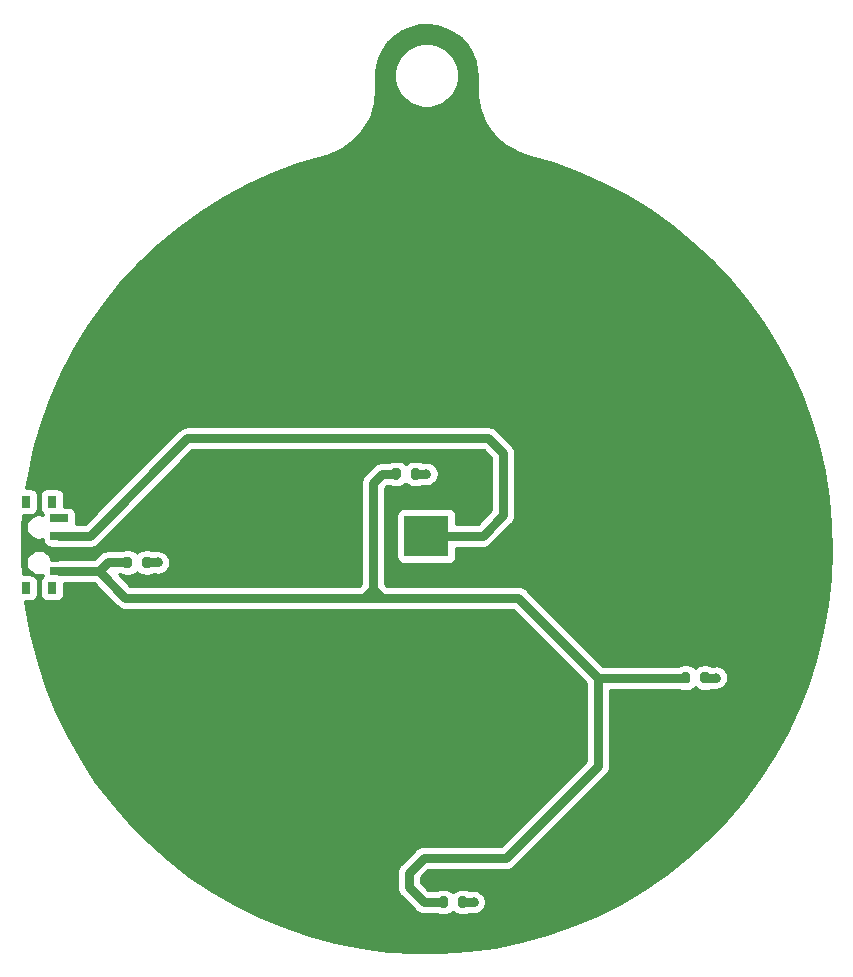
<source format=gbr>
%TF.GenerationSoftware,KiCad,Pcbnew,(5.1.10)-1*%
%TF.CreationDate,2021-10-20T09:15:12+02:00*%
%TF.ProjectId,TVZ_kuglica,54565a5f-6b75-4676-9c69-63612e6b6963,rev?*%
%TF.SameCoordinates,Original*%
%TF.FileFunction,Copper,L2,Bot*%
%TF.FilePolarity,Positive*%
%FSLAX46Y46*%
G04 Gerber Fmt 4.6, Leading zero omitted, Abs format (unit mm)*
G04 Created by KiCad (PCBNEW (5.1.10)-1) date 2021-10-20 09:15:12*
%MOMM*%
%LPD*%
G01*
G04 APERTURE LIST*
%TA.AperFunction,SMDPad,CuDef*%
%ADD10R,1.500000X0.700000*%
%TD*%
%TA.AperFunction,SMDPad,CuDef*%
%ADD11R,0.800000X1.000000*%
%TD*%
%TA.AperFunction,SMDPad,CuDef*%
%ADD12R,3.800000X3.500000*%
%TD*%
%TA.AperFunction,SMDPad,CuDef*%
%ADD13R,2.800000X5.700000*%
%TD*%
%TA.AperFunction,ViaPad*%
%ADD14C,0.800000*%
%TD*%
%TA.AperFunction,Conductor*%
%ADD15C,0.762000*%
%TD*%
%TA.AperFunction,Conductor*%
%ADD16C,0.254000*%
%TD*%
%TA.AperFunction,Conductor*%
%ADD17C,0.100000*%
%TD*%
G04 APERTURE END LIST*
D10*
%TO.P,SW1,1*%
%TO.N,Net-(R1-Pad1)*%
X105930000Y-102000000D03*
%TO.P,SW1,2*%
%TO.N,VCC*%
X105930000Y-99000000D03*
%TO.P,SW1,3*%
%TO.N,Net-(SW1-Pad3)*%
X105930000Y-97500000D03*
D11*
%TO.P,SW1,*%
%TO.N,*%
X103070000Y-103400000D03*
X103070000Y-96100000D03*
X105280000Y-96100000D03*
X105280000Y-103400000D03*
%TD*%
D12*
%TO.P,BT1,1*%
%TO.N,VCC*%
X137000000Y-99000000D03*
D13*
%TO.P,BT1,2*%
%TO.N,GND*%
X137000000Y-121500000D03*
%TD*%
%TO.P,R1,1*%
%TO.N,Net-(R1-Pad1)*%
%TA.AperFunction,SMDPad,CuDef*%
G36*
G01*
X111275000Y-101525000D02*
X111275000Y-100975000D01*
G75*
G02*
X111475000Y-100775000I200000J0D01*
G01*
X111875000Y-100775000D01*
G75*
G02*
X112075000Y-100975000I0J-200000D01*
G01*
X112075000Y-101525000D01*
G75*
G02*
X111875000Y-101725000I-200000J0D01*
G01*
X111475000Y-101725000D01*
G75*
G02*
X111275000Y-101525000I0J200000D01*
G01*
G37*
%TD.AperFunction*%
%TO.P,R1,2*%
%TO.N,Net-(D6-Pad1)*%
%TA.AperFunction,SMDPad,CuDef*%
G36*
G01*
X112925000Y-101525000D02*
X112925000Y-100975000D01*
G75*
G02*
X113125000Y-100775000I200000J0D01*
G01*
X113525000Y-100775000D01*
G75*
G02*
X113725000Y-100975000I0J-200000D01*
G01*
X113725000Y-101525000D01*
G75*
G02*
X113525000Y-101725000I-200000J0D01*
G01*
X113125000Y-101725000D01*
G75*
G02*
X112925000Y-101525000I0J200000D01*
G01*
G37*
%TD.AperFunction*%
%TD*%
%TO.P,R2,2*%
%TO.N,Net-(D8-Pad1)*%
%TA.AperFunction,SMDPad,CuDef*%
G36*
G01*
X160175000Y-111275000D02*
X160175000Y-110725000D01*
G75*
G02*
X160375000Y-110525000I200000J0D01*
G01*
X160775000Y-110525000D01*
G75*
G02*
X160975000Y-110725000I0J-200000D01*
G01*
X160975000Y-111275000D01*
G75*
G02*
X160775000Y-111475000I-200000J0D01*
G01*
X160375000Y-111475000D01*
G75*
G02*
X160175000Y-111275000I0J200000D01*
G01*
G37*
%TD.AperFunction*%
%TO.P,R2,1*%
%TO.N,Net-(R1-Pad1)*%
%TA.AperFunction,SMDPad,CuDef*%
G36*
G01*
X158525000Y-111275000D02*
X158525000Y-110725000D01*
G75*
G02*
X158725000Y-110525000I200000J0D01*
G01*
X159125000Y-110525000D01*
G75*
G02*
X159325000Y-110725000I0J-200000D01*
G01*
X159325000Y-111275000D01*
G75*
G02*
X159125000Y-111475000I-200000J0D01*
G01*
X158725000Y-111475000D01*
G75*
G02*
X158525000Y-111275000I0J200000D01*
G01*
G37*
%TD.AperFunction*%
%TD*%
%TO.P,R3,1*%
%TO.N,Net-(R1-Pad1)*%
%TA.AperFunction,SMDPad,CuDef*%
G36*
G01*
X134025000Y-94025000D02*
X134025000Y-93475000D01*
G75*
G02*
X134225000Y-93275000I200000J0D01*
G01*
X134625000Y-93275000D01*
G75*
G02*
X134825000Y-93475000I0J-200000D01*
G01*
X134825000Y-94025000D01*
G75*
G02*
X134625000Y-94225000I-200000J0D01*
G01*
X134225000Y-94225000D01*
G75*
G02*
X134025000Y-94025000I0J200000D01*
G01*
G37*
%TD.AperFunction*%
%TO.P,R3,2*%
%TO.N,Net-(D12-Pad1)*%
%TA.AperFunction,SMDPad,CuDef*%
G36*
G01*
X135675000Y-94025000D02*
X135675000Y-93475000D01*
G75*
G02*
X135875000Y-93275000I200000J0D01*
G01*
X136275000Y-93275000D01*
G75*
G02*
X136475000Y-93475000I0J-200000D01*
G01*
X136475000Y-94025000D01*
G75*
G02*
X136275000Y-94225000I-200000J0D01*
G01*
X135875000Y-94225000D01*
G75*
G02*
X135675000Y-94025000I0J200000D01*
G01*
G37*
%TD.AperFunction*%
%TD*%
%TO.P,R4,1*%
%TO.N,Net-(R1-Pad1)*%
%TA.AperFunction,SMDPad,CuDef*%
G36*
G01*
X138025000Y-130275000D02*
X138025000Y-129725000D01*
G75*
G02*
X138225000Y-129525000I200000J0D01*
G01*
X138625000Y-129525000D01*
G75*
G02*
X138825000Y-129725000I0J-200000D01*
G01*
X138825000Y-130275000D01*
G75*
G02*
X138625000Y-130475000I-200000J0D01*
G01*
X138225000Y-130475000D01*
G75*
G02*
X138025000Y-130275000I0J200000D01*
G01*
G37*
%TD.AperFunction*%
%TO.P,R4,2*%
%TO.N,Net-(D7-Pad1)*%
%TA.AperFunction,SMDPad,CuDef*%
G36*
G01*
X139675000Y-130275000D02*
X139675000Y-129725000D01*
G75*
G02*
X139875000Y-129525000I200000J0D01*
G01*
X140275000Y-129525000D01*
G75*
G02*
X140475000Y-129725000I0J-200000D01*
G01*
X140475000Y-130275000D01*
G75*
G02*
X140275000Y-130475000I-200000J0D01*
G01*
X139875000Y-130475000D01*
G75*
G02*
X139675000Y-130275000I0J200000D01*
G01*
G37*
%TD.AperFunction*%
%TD*%
D14*
%TO.N,GND*%
X156750000Y-74500000D03*
X157500000Y-90250000D03*
X138250000Y-88250000D03*
X139500000Y-73250000D03*
X122500000Y-74500000D03*
X122500000Y-86500000D03*
X110250000Y-88000000D03*
X117500000Y-96750000D03*
X124000000Y-100500000D03*
X115750000Y-110500000D03*
X129750000Y-113750000D03*
X150000000Y-102750000D03*
X155250000Y-115000000D03*
X165500000Y-104500000D03*
X155500000Y-124250000D03*
X149000000Y-131000000D03*
X128500000Y-125000000D03*
X120750000Y-128500000D03*
X165500000Y-111000000D03*
X145250000Y-130000000D03*
X141000000Y-93750000D03*
X118250000Y-101250000D03*
%TO.N,Net-(D6-Pad1)*%
X114250000Y-101250000D03*
%TO.N,Net-(D8-Pad1)*%
X161500000Y-111000000D03*
%TO.N,Net-(D12-Pad1)*%
X137000000Y-93750000D03*
%TO.N,Net-(D7-Pad1)*%
X141000000Y-130000000D03*
%TD*%
D15*
%TO.N,VCC*%
X137000000Y-99000000D02*
X141750000Y-99000000D01*
X141750000Y-99000000D02*
X143500000Y-97250000D01*
X143500000Y-97250000D02*
X143500000Y-92000000D01*
X143500000Y-92000000D02*
X142250000Y-90750000D01*
X142250000Y-90750000D02*
X116750000Y-90750000D01*
X108500000Y-99000000D02*
X105930000Y-99000000D01*
X116750000Y-90750000D02*
X108500000Y-99000000D01*
%TO.N,Net-(D6-Pad1)*%
X113325000Y-101250000D02*
X114250000Y-101250000D01*
%TO.N,Net-(D8-Pad1)*%
X160575000Y-111000000D02*
X161500000Y-111000000D01*
%TO.N,Net-(D12-Pad1)*%
X136075000Y-93750000D02*
X137000000Y-93750000D01*
%TO.N,Net-(R1-Pad1)*%
X105930000Y-102000000D02*
X109250000Y-102000000D01*
X110000000Y-101250000D02*
X111675000Y-101250000D01*
X109250000Y-102000000D02*
X110000000Y-101250000D01*
X151500000Y-111000000D02*
X158925000Y-111000000D01*
X144750000Y-104250000D02*
X151500000Y-111000000D01*
X109250000Y-102000000D02*
X111500000Y-104250000D01*
X134425000Y-93750000D02*
X133250000Y-93750000D01*
X133250000Y-93750000D02*
X132500000Y-94500000D01*
X132500000Y-103500000D02*
X131750000Y-104250000D01*
X111500000Y-104250000D02*
X131750000Y-104250000D01*
X131750000Y-104250000D02*
X132500000Y-104250000D01*
X132500000Y-94500000D02*
X132500000Y-103500000D01*
X132500000Y-103500000D02*
X132500000Y-104250000D01*
X133250000Y-104250000D02*
X144750000Y-104250000D01*
X132500000Y-103500000D02*
X133250000Y-104250000D01*
X132500000Y-104250000D02*
X133250000Y-104250000D01*
X138425000Y-130000000D02*
X136750000Y-130000000D01*
X136750000Y-130000000D02*
X135500000Y-128750000D01*
X135500000Y-128750000D02*
X135500000Y-127500000D01*
X135500000Y-127500000D02*
X136750000Y-126250000D01*
X136750000Y-126250000D02*
X143750000Y-126250000D01*
X151500000Y-118500000D02*
X151500000Y-111000000D01*
X143750000Y-126250000D02*
X151500000Y-118500000D01*
%TO.N,Net-(D7-Pad1)*%
X140075000Y-130000000D02*
X141000000Y-130000000D01*
%TD*%
D16*
%TO.N,GND*%
X137886138Y-55831059D02*
X138610388Y-56053867D01*
X139283738Y-56401409D01*
X139884901Y-56862699D01*
X140394872Y-57423149D01*
X140797540Y-58065057D01*
X141080170Y-58768122D01*
X141236190Y-59521513D01*
X141265000Y-60021169D01*
X141265001Y-61306272D01*
X141266298Y-61319440D01*
X141278413Y-61656049D01*
X141278863Y-61659632D01*
X141278707Y-61663242D01*
X141287438Y-61747410D01*
X141429908Y-62624862D01*
X141435629Y-62647269D01*
X141438736Y-62670183D01*
X141462234Y-62751474D01*
X141757835Y-63589830D01*
X141767433Y-63610870D01*
X141774549Y-63632871D01*
X141812059Y-63708691D01*
X141812071Y-63708717D01*
X141812077Y-63708725D01*
X142251461Y-64481476D01*
X142264630Y-64500478D01*
X142275533Y-64520879D01*
X142325894Y-64588881D01*
X142895182Y-65271616D01*
X142911512Y-65287990D01*
X142925851Y-65306132D01*
X142987458Y-65364142D01*
X143668651Y-65935276D01*
X143687625Y-65948502D01*
X143704950Y-65963817D01*
X143775855Y-66010000D01*
X144547423Y-66451478D01*
X144568436Y-66461133D01*
X144588200Y-66473139D01*
X144666163Y-66506036D01*
X145503715Y-66803905D01*
X145508021Y-66805017D01*
X145525587Y-66811299D01*
X145542755Y-66816572D01*
X147746053Y-67464098D01*
X149878711Y-68247813D01*
X151954729Y-69171140D01*
X153965017Y-70230036D01*
X155900673Y-71419812D01*
X157753239Y-72735268D01*
X159514561Y-74170616D01*
X161176886Y-75719540D01*
X162732884Y-77375207D01*
X164175738Y-79130360D01*
X165499106Y-80977290D01*
X166697162Y-82907865D01*
X167764630Y-84913581D01*
X168696830Y-86985643D01*
X169489658Y-89114933D01*
X170139624Y-91292080D01*
X170643873Y-93507517D01*
X171000188Y-95751501D01*
X171207004Y-98014175D01*
X171263407Y-100285560D01*
X171169153Y-102555700D01*
X170924654Y-104814605D01*
X170530986Y-107052337D01*
X169989882Y-109259064D01*
X169303718Y-111425077D01*
X168475512Y-113540851D01*
X167508906Y-115597090D01*
X166408155Y-117584736D01*
X165178083Y-119495080D01*
X163824120Y-121319689D01*
X162352204Y-123050560D01*
X160768823Y-124680064D01*
X159080926Y-126201055D01*
X157295931Y-127606843D01*
X155421695Y-128891239D01*
X153466456Y-130048599D01*
X151438820Y-131073832D01*
X149347702Y-131962428D01*
X147202263Y-132710493D01*
X145011999Y-133314718D01*
X142786467Y-133772464D01*
X140535523Y-134081705D01*
X138269022Y-134241089D01*
X135996953Y-134249911D01*
X133729262Y-134108134D01*
X131475992Y-133816385D01*
X129246983Y-133375938D01*
X127052076Y-132788738D01*
X124900917Y-132057366D01*
X122802939Y-131185029D01*
X120767401Y-130175574D01*
X118803237Y-129033435D01*
X116919085Y-127763634D01*
X115123223Y-126371749D01*
X113423564Y-124863914D01*
X111827572Y-123246751D01*
X110342263Y-121527368D01*
X108974171Y-119713331D01*
X107729304Y-117812605D01*
X106613144Y-115833557D01*
X105630601Y-113784897D01*
X104785986Y-111675609D01*
X104083026Y-109515005D01*
X103524797Y-107312547D01*
X103113763Y-105077935D01*
X103051083Y-104538072D01*
X103470000Y-104538072D01*
X103594482Y-104525812D01*
X103714180Y-104489502D01*
X103824494Y-104430537D01*
X103921185Y-104351185D01*
X104000537Y-104254494D01*
X104059502Y-104144180D01*
X104095812Y-104024482D01*
X104108072Y-103900000D01*
X104108072Y-102900000D01*
X104095812Y-102775518D01*
X104059502Y-102655820D01*
X104000537Y-102545506D01*
X103921185Y-102448815D01*
X103824494Y-102369463D01*
X103714180Y-102310498D01*
X103594482Y-102274188D01*
X103470000Y-102261928D01*
X102824164Y-102261928D01*
X102769006Y-101143137D01*
X103085000Y-101143137D01*
X103085000Y-101356863D01*
X103126696Y-101566483D01*
X103208485Y-101763940D01*
X103327225Y-101941647D01*
X103478353Y-102092775D01*
X103656060Y-102211515D01*
X103853517Y-102293304D01*
X104063137Y-102335000D01*
X104276863Y-102335000D01*
X104486483Y-102293304D01*
X104541928Y-102270338D01*
X104541928Y-102350000D01*
X104542928Y-102360151D01*
X104525506Y-102369463D01*
X104428815Y-102448815D01*
X104349463Y-102545506D01*
X104290498Y-102655820D01*
X104254188Y-102775518D01*
X104241928Y-102900000D01*
X104241928Y-103900000D01*
X104254188Y-104024482D01*
X104290498Y-104144180D01*
X104349463Y-104254494D01*
X104428815Y-104351185D01*
X104525506Y-104430537D01*
X104635820Y-104489502D01*
X104755518Y-104525812D01*
X104880000Y-104538072D01*
X105680000Y-104538072D01*
X105804482Y-104525812D01*
X105924180Y-104489502D01*
X106034494Y-104430537D01*
X106131185Y-104351185D01*
X106210537Y-104254494D01*
X106269502Y-104144180D01*
X106305812Y-104024482D01*
X106318072Y-103900000D01*
X106318072Y-103016000D01*
X108829160Y-103016000D01*
X110746292Y-104933133D01*
X110778104Y-104971896D01*
X110932810Y-105098860D01*
X111109313Y-105193202D01*
X111300829Y-105251298D01*
X111326415Y-105253818D01*
X111500000Y-105270915D01*
X111549902Y-105266000D01*
X131700098Y-105266000D01*
X131750000Y-105270915D01*
X131799902Y-105266000D01*
X132450098Y-105266000D01*
X132500000Y-105270915D01*
X132549902Y-105266000D01*
X133200105Y-105266000D01*
X133249999Y-105270914D01*
X133299893Y-105266000D01*
X144329160Y-105266000D01*
X150484001Y-111420842D01*
X150484000Y-118079159D01*
X143329160Y-125234000D01*
X136799902Y-125234000D01*
X136750000Y-125229085D01*
X136700098Y-125234000D01*
X136550829Y-125248702D01*
X136359313Y-125306798D01*
X136182810Y-125401140D01*
X136028104Y-125528104D01*
X135996293Y-125566866D01*
X134816868Y-126746292D01*
X134778105Y-126778104D01*
X134651141Y-126932810D01*
X134574560Y-127076085D01*
X134556799Y-127109313D01*
X134498702Y-127300830D01*
X134479085Y-127500000D01*
X134484001Y-127549911D01*
X134484000Y-128700098D01*
X134479085Y-128750000D01*
X134490019Y-128861016D01*
X134498702Y-128949170D01*
X134556798Y-129140686D01*
X134651140Y-129317190D01*
X134778104Y-129471896D01*
X134816872Y-129503712D01*
X135996292Y-130683133D01*
X136028104Y-130721896D01*
X136182810Y-130848860D01*
X136359313Y-130943202D01*
X136550829Y-131001298D01*
X136683468Y-131014362D01*
X136750000Y-131020915D01*
X136799902Y-131016000D01*
X137842026Y-131016000D01*
X137904284Y-131049278D01*
X138061500Y-131096969D01*
X138225000Y-131113072D01*
X138625000Y-131113072D01*
X138788500Y-131096969D01*
X138945716Y-131049278D01*
X139090608Y-130971831D01*
X139217606Y-130867606D01*
X139250000Y-130828134D01*
X139282394Y-130867606D01*
X139409392Y-130971831D01*
X139554284Y-131049278D01*
X139711500Y-131096969D01*
X139875000Y-131113072D01*
X140275000Y-131113072D01*
X140438500Y-131096969D01*
X140595716Y-131049278D01*
X140657974Y-131016000D01*
X140802541Y-131016000D01*
X140898061Y-131035000D01*
X141101939Y-131035000D01*
X141301898Y-130995226D01*
X141490256Y-130917205D01*
X141659774Y-130803937D01*
X141803937Y-130659774D01*
X141917205Y-130490256D01*
X141995226Y-130301898D01*
X142035000Y-130101939D01*
X142035000Y-129898061D01*
X141995226Y-129698102D01*
X141917205Y-129509744D01*
X141803937Y-129340226D01*
X141659774Y-129196063D01*
X141490256Y-129082795D01*
X141301898Y-129004774D01*
X141101939Y-128965000D01*
X140898061Y-128965000D01*
X140802541Y-128984000D01*
X140657974Y-128984000D01*
X140595716Y-128950722D01*
X140438500Y-128903031D01*
X140275000Y-128886928D01*
X139875000Y-128886928D01*
X139711500Y-128903031D01*
X139554284Y-128950722D01*
X139409392Y-129028169D01*
X139282394Y-129132394D01*
X139250000Y-129171866D01*
X139217606Y-129132394D01*
X139090608Y-129028169D01*
X138945716Y-128950722D01*
X138788500Y-128903031D01*
X138625000Y-128886928D01*
X138225000Y-128886928D01*
X138061500Y-128903031D01*
X137904284Y-128950722D01*
X137842026Y-128984000D01*
X137170841Y-128984000D01*
X136516000Y-128329160D01*
X136516000Y-127920840D01*
X137170841Y-127266000D01*
X143700098Y-127266000D01*
X143750000Y-127270915D01*
X143799902Y-127266000D01*
X143949171Y-127251298D01*
X144140687Y-127193202D01*
X144317190Y-127098860D01*
X144471896Y-126971896D01*
X144503712Y-126933128D01*
X152183133Y-119253708D01*
X152221896Y-119221896D01*
X152348860Y-119067190D01*
X152443202Y-118890687D01*
X152501298Y-118699171D01*
X152504971Y-118661881D01*
X152520915Y-118500001D01*
X152516000Y-118450099D01*
X152516000Y-112016000D01*
X158342026Y-112016000D01*
X158404284Y-112049278D01*
X158561500Y-112096969D01*
X158725000Y-112113072D01*
X159125000Y-112113072D01*
X159288500Y-112096969D01*
X159445716Y-112049278D01*
X159590608Y-111971831D01*
X159717606Y-111867606D01*
X159750000Y-111828134D01*
X159782394Y-111867606D01*
X159909392Y-111971831D01*
X160054284Y-112049278D01*
X160211500Y-112096969D01*
X160375000Y-112113072D01*
X160775000Y-112113072D01*
X160938500Y-112096969D01*
X161095716Y-112049278D01*
X161157974Y-112016000D01*
X161302541Y-112016000D01*
X161398061Y-112035000D01*
X161601939Y-112035000D01*
X161801898Y-111995226D01*
X161990256Y-111917205D01*
X162159774Y-111803937D01*
X162303937Y-111659774D01*
X162417205Y-111490256D01*
X162495226Y-111301898D01*
X162535000Y-111101939D01*
X162535000Y-110898061D01*
X162495226Y-110698102D01*
X162417205Y-110509744D01*
X162303937Y-110340226D01*
X162159774Y-110196063D01*
X161990256Y-110082795D01*
X161801898Y-110004774D01*
X161601939Y-109965000D01*
X161398061Y-109965000D01*
X161302541Y-109984000D01*
X161157974Y-109984000D01*
X161095716Y-109950722D01*
X160938500Y-109903031D01*
X160775000Y-109886928D01*
X160375000Y-109886928D01*
X160211500Y-109903031D01*
X160054284Y-109950722D01*
X159909392Y-110028169D01*
X159782394Y-110132394D01*
X159750000Y-110171866D01*
X159717606Y-110132394D01*
X159590608Y-110028169D01*
X159445716Y-109950722D01*
X159288500Y-109903031D01*
X159125000Y-109886928D01*
X158725000Y-109886928D01*
X158561500Y-109903031D01*
X158404284Y-109950722D01*
X158342026Y-109984000D01*
X151920841Y-109984000D01*
X145503712Y-103566872D01*
X145471896Y-103528104D01*
X145317190Y-103401140D01*
X145140687Y-103306798D01*
X144949171Y-103248702D01*
X144799902Y-103234000D01*
X144750000Y-103229085D01*
X144700098Y-103234000D01*
X133670841Y-103234000D01*
X133516000Y-103079160D01*
X133516000Y-94920840D01*
X133670841Y-94766000D01*
X133842026Y-94766000D01*
X133904284Y-94799278D01*
X134061500Y-94846969D01*
X134225000Y-94863072D01*
X134625000Y-94863072D01*
X134788500Y-94846969D01*
X134945716Y-94799278D01*
X135090608Y-94721831D01*
X135217606Y-94617606D01*
X135250000Y-94578134D01*
X135282394Y-94617606D01*
X135409392Y-94721831D01*
X135554284Y-94799278D01*
X135711500Y-94846969D01*
X135875000Y-94863072D01*
X136275000Y-94863072D01*
X136438500Y-94846969D01*
X136595716Y-94799278D01*
X136657974Y-94766000D01*
X136802541Y-94766000D01*
X136898061Y-94785000D01*
X137101939Y-94785000D01*
X137301898Y-94745226D01*
X137490256Y-94667205D01*
X137659774Y-94553937D01*
X137803937Y-94409774D01*
X137917205Y-94240256D01*
X137995226Y-94051898D01*
X138035000Y-93851939D01*
X138035000Y-93648061D01*
X137995226Y-93448102D01*
X137917205Y-93259744D01*
X137803937Y-93090226D01*
X137659774Y-92946063D01*
X137490256Y-92832795D01*
X137301898Y-92754774D01*
X137101939Y-92715000D01*
X136898061Y-92715000D01*
X136802541Y-92734000D01*
X136657974Y-92734000D01*
X136595716Y-92700722D01*
X136438500Y-92653031D01*
X136275000Y-92636928D01*
X135875000Y-92636928D01*
X135711500Y-92653031D01*
X135554284Y-92700722D01*
X135409392Y-92778169D01*
X135282394Y-92882394D01*
X135250000Y-92921866D01*
X135217606Y-92882394D01*
X135090608Y-92778169D01*
X134945716Y-92700722D01*
X134788500Y-92653031D01*
X134625000Y-92636928D01*
X134225000Y-92636928D01*
X134061500Y-92653031D01*
X133904284Y-92700722D01*
X133842026Y-92734000D01*
X133299893Y-92734000D01*
X133249999Y-92729086D01*
X133200105Y-92734000D01*
X133200098Y-92734000D01*
X133050829Y-92748702D01*
X132859313Y-92806798D01*
X132682810Y-92901140D01*
X132528104Y-93028104D01*
X132496292Y-93066867D01*
X131816872Y-93746288D01*
X131778104Y-93778104D01*
X131651140Y-93932810D01*
X131556798Y-94109314D01*
X131501628Y-94291185D01*
X131498702Y-94300830D01*
X131479085Y-94500000D01*
X131484000Y-94549902D01*
X131484001Y-103079158D01*
X131329160Y-103234000D01*
X111920841Y-103234000D01*
X110952840Y-102266000D01*
X111092026Y-102266000D01*
X111154284Y-102299278D01*
X111311500Y-102346969D01*
X111475000Y-102363072D01*
X111875000Y-102363072D01*
X112038500Y-102346969D01*
X112195716Y-102299278D01*
X112340608Y-102221831D01*
X112467606Y-102117606D01*
X112500000Y-102078134D01*
X112532394Y-102117606D01*
X112659392Y-102221831D01*
X112804284Y-102299278D01*
X112961500Y-102346969D01*
X113125000Y-102363072D01*
X113525000Y-102363072D01*
X113688500Y-102346969D01*
X113845716Y-102299278D01*
X113907974Y-102266000D01*
X114052541Y-102266000D01*
X114148061Y-102285000D01*
X114351939Y-102285000D01*
X114551898Y-102245226D01*
X114740256Y-102167205D01*
X114909774Y-102053937D01*
X115053937Y-101909774D01*
X115167205Y-101740256D01*
X115245226Y-101551898D01*
X115285000Y-101351939D01*
X115285000Y-101148061D01*
X115245226Y-100948102D01*
X115167205Y-100759744D01*
X115053937Y-100590226D01*
X114909774Y-100446063D01*
X114740256Y-100332795D01*
X114551898Y-100254774D01*
X114351939Y-100215000D01*
X114148061Y-100215000D01*
X114052541Y-100234000D01*
X113907974Y-100234000D01*
X113845716Y-100200722D01*
X113688500Y-100153031D01*
X113525000Y-100136928D01*
X113125000Y-100136928D01*
X112961500Y-100153031D01*
X112804284Y-100200722D01*
X112659392Y-100278169D01*
X112532394Y-100382394D01*
X112500000Y-100421866D01*
X112467606Y-100382394D01*
X112340608Y-100278169D01*
X112195716Y-100200722D01*
X112038500Y-100153031D01*
X111875000Y-100136928D01*
X111475000Y-100136928D01*
X111311500Y-100153031D01*
X111154284Y-100200722D01*
X111092026Y-100234000D01*
X110049893Y-100234000D01*
X109999999Y-100229086D01*
X109950105Y-100234000D01*
X109950098Y-100234000D01*
X109800829Y-100248702D01*
X109609313Y-100306798D01*
X109432810Y-100401140D01*
X109278104Y-100528104D01*
X109246292Y-100566867D01*
X108829160Y-100984000D01*
X105880098Y-100984000D01*
X105730829Y-100998702D01*
X105687229Y-101011928D01*
X105228901Y-101011928D01*
X105213304Y-100933517D01*
X105131515Y-100736060D01*
X105012775Y-100558353D01*
X104861647Y-100407225D01*
X104683940Y-100288485D01*
X104486483Y-100206696D01*
X104276863Y-100165000D01*
X104063137Y-100165000D01*
X103853517Y-100206696D01*
X103656060Y-100288485D01*
X103478353Y-100407225D01*
X103327225Y-100558353D01*
X103208485Y-100736060D01*
X103126696Y-100933517D01*
X103085000Y-101143137D01*
X102769006Y-101143137D01*
X102739845Y-100551658D01*
X102778607Y-98279882D01*
X102790035Y-98143137D01*
X103085000Y-98143137D01*
X103085000Y-98356863D01*
X103126696Y-98566483D01*
X103208485Y-98763940D01*
X103327225Y-98941647D01*
X103478353Y-99092775D01*
X103656060Y-99211515D01*
X103853517Y-99293304D01*
X104063137Y-99335000D01*
X104276863Y-99335000D01*
X104486483Y-99293304D01*
X104541928Y-99270338D01*
X104541928Y-99350000D01*
X104554188Y-99474482D01*
X104590498Y-99594180D01*
X104649463Y-99704494D01*
X104728815Y-99801185D01*
X104825506Y-99880537D01*
X104935820Y-99939502D01*
X105055518Y-99975812D01*
X105180000Y-99988072D01*
X105687229Y-99988072D01*
X105730829Y-100001298D01*
X105880098Y-100016000D01*
X108450098Y-100016000D01*
X108500000Y-100020915D01*
X108549902Y-100016000D01*
X108699171Y-100001298D01*
X108890687Y-99943202D01*
X109067190Y-99848860D01*
X109221896Y-99721896D01*
X109253712Y-99683128D01*
X117170841Y-91766000D01*
X141829160Y-91766000D01*
X142484001Y-92420842D01*
X142484000Y-96829159D01*
X141329160Y-97984000D01*
X139538072Y-97984000D01*
X139538072Y-97250000D01*
X139525812Y-97125518D01*
X139489502Y-97005820D01*
X139430537Y-96895506D01*
X139351185Y-96798815D01*
X139254494Y-96719463D01*
X139144180Y-96660498D01*
X139024482Y-96624188D01*
X138900000Y-96611928D01*
X135100000Y-96611928D01*
X134975518Y-96624188D01*
X134855820Y-96660498D01*
X134745506Y-96719463D01*
X134648815Y-96798815D01*
X134569463Y-96895506D01*
X134510498Y-97005820D01*
X134474188Y-97125518D01*
X134461928Y-97250000D01*
X134461928Y-100750000D01*
X134474188Y-100874482D01*
X134510498Y-100994180D01*
X134569463Y-101104494D01*
X134648815Y-101201185D01*
X134745506Y-101280537D01*
X134855820Y-101339502D01*
X134975518Y-101375812D01*
X135100000Y-101388072D01*
X138900000Y-101388072D01*
X139024482Y-101375812D01*
X139144180Y-101339502D01*
X139254494Y-101280537D01*
X139351185Y-101201185D01*
X139430537Y-101104494D01*
X139489502Y-100994180D01*
X139525812Y-100874482D01*
X139538072Y-100750000D01*
X139538072Y-100016000D01*
X141700098Y-100016000D01*
X141750000Y-100020915D01*
X141799902Y-100016000D01*
X141949171Y-100001298D01*
X142140687Y-99943202D01*
X142317190Y-99848860D01*
X142471896Y-99721896D01*
X142503712Y-99683128D01*
X144183133Y-98003708D01*
X144221896Y-97971896D01*
X144348860Y-97817190D01*
X144443202Y-97640687D01*
X144501298Y-97449171D01*
X144516000Y-97299902D01*
X144516000Y-97299901D01*
X144520915Y-97250000D01*
X144516000Y-97200098D01*
X144516000Y-92049902D01*
X144520915Y-92000000D01*
X144501298Y-91800829D01*
X144478123Y-91724431D01*
X144443202Y-91609313D01*
X144348860Y-91432810D01*
X144221896Y-91278104D01*
X144183133Y-91246292D01*
X143003712Y-90066872D01*
X142971896Y-90028104D01*
X142817190Y-89901140D01*
X142640687Y-89806798D01*
X142449171Y-89748702D01*
X142299902Y-89734000D01*
X142250000Y-89729085D01*
X142200098Y-89734000D01*
X116799902Y-89734000D01*
X116750000Y-89729085D01*
X116550829Y-89748702D01*
X116359312Y-89806798D01*
X116306056Y-89835264D01*
X116182810Y-89901140D01*
X116028104Y-90028104D01*
X115996292Y-90066867D01*
X108079160Y-97984000D01*
X107302925Y-97984000D01*
X107305812Y-97974482D01*
X107318072Y-97850000D01*
X107318072Y-97150000D01*
X107305812Y-97025518D01*
X107269502Y-96905820D01*
X107210537Y-96795506D01*
X107131185Y-96698815D01*
X107034494Y-96619463D01*
X106924180Y-96560498D01*
X106804482Y-96524188D01*
X106680000Y-96511928D01*
X106318072Y-96511928D01*
X106318072Y-95600000D01*
X106305812Y-95475518D01*
X106269502Y-95355820D01*
X106210537Y-95245506D01*
X106131185Y-95148815D01*
X106034494Y-95069463D01*
X105924180Y-95010498D01*
X105804482Y-94974188D01*
X105680000Y-94961928D01*
X104880000Y-94961928D01*
X104755518Y-94974188D01*
X104635820Y-95010498D01*
X104525506Y-95069463D01*
X104428815Y-95148815D01*
X104349463Y-95245506D01*
X104290498Y-95355820D01*
X104254188Y-95475518D01*
X104241928Y-95600000D01*
X104241928Y-96600000D01*
X104254188Y-96724482D01*
X104290498Y-96844180D01*
X104349463Y-96954494D01*
X104428815Y-97051185D01*
X104525506Y-97130537D01*
X104542928Y-97139849D01*
X104541928Y-97150000D01*
X104541928Y-97229662D01*
X104486483Y-97206696D01*
X104276863Y-97165000D01*
X104063137Y-97165000D01*
X103853517Y-97206696D01*
X103656060Y-97288485D01*
X103478353Y-97407225D01*
X103327225Y-97558353D01*
X103208485Y-97736060D01*
X103126696Y-97933517D01*
X103085000Y-98143137D01*
X102790035Y-98143137D01*
X102865678Y-97238072D01*
X103470000Y-97238072D01*
X103594482Y-97225812D01*
X103714180Y-97189502D01*
X103824494Y-97130537D01*
X103921185Y-97051185D01*
X104000537Y-96954494D01*
X104059502Y-96844180D01*
X104095812Y-96724482D01*
X104108072Y-96600000D01*
X104108072Y-95600000D01*
X104095812Y-95475518D01*
X104059502Y-95355820D01*
X104000537Y-95245506D01*
X103921185Y-95148815D01*
X103824494Y-95069463D01*
X103714180Y-95010498D01*
X103594482Y-94974188D01*
X103470000Y-94961928D01*
X103126785Y-94961928D01*
X103306719Y-93768999D01*
X103793749Y-91549706D01*
X104426782Y-89367594D01*
X105203052Y-87232203D01*
X106119133Y-85152960D01*
X107170992Y-83139015D01*
X108354015Y-81199200D01*
X109663000Y-79342048D01*
X111092189Y-77575730D01*
X112635284Y-75908027D01*
X114285522Y-74346247D01*
X116035631Y-72897273D01*
X117877934Y-71567463D01*
X119804304Y-70362683D01*
X121806298Y-69288211D01*
X123875077Y-68348792D01*
X126001593Y-67548534D01*
X128186747Y-66887862D01*
X128436510Y-66822338D01*
X128452528Y-66817563D01*
X128459226Y-66815987D01*
X128804024Y-66713600D01*
X128807380Y-66712269D01*
X128810916Y-66711517D01*
X128890228Y-66682021D01*
X129704199Y-66324712D01*
X129724464Y-66313571D01*
X129745874Y-66304834D01*
X129818696Y-66261767D01*
X129818710Y-66261759D01*
X129818715Y-66261755D01*
X130556543Y-65765956D01*
X130574511Y-65751406D01*
X130594041Y-65739012D01*
X130658097Y-65683720D01*
X131296470Y-65065093D01*
X131311582Y-65047586D01*
X131328603Y-65031934D01*
X131381840Y-64966192D01*
X131381856Y-64966173D01*
X131381861Y-64966165D01*
X131900590Y-64244277D01*
X131912363Y-64224370D01*
X131926343Y-64205952D01*
X131967109Y-64131800D01*
X132349809Y-63329453D01*
X132357869Y-63307780D01*
X132368369Y-63287173D01*
X132395359Y-63206974D01*
X132629927Y-62349538D01*
X132634022Y-62326778D01*
X132640706Y-62304640D01*
X132653067Y-62220928D01*
X132731782Y-61338949D01*
X132735000Y-61306272D01*
X132735000Y-60032731D01*
X132762021Y-59729963D01*
X134258266Y-59729963D01*
X134258266Y-60270037D01*
X134363629Y-60799734D01*
X134570307Y-61298698D01*
X134870356Y-61747753D01*
X135252247Y-62129644D01*
X135701302Y-62429693D01*
X136200266Y-62636371D01*
X136729963Y-62741734D01*
X137270037Y-62741734D01*
X137799734Y-62636371D01*
X138298698Y-62429693D01*
X138747753Y-62129644D01*
X139129644Y-61747753D01*
X139429693Y-61298698D01*
X139636371Y-60799734D01*
X139741734Y-60270037D01*
X139741734Y-59729963D01*
X139636371Y-59200266D01*
X139429693Y-58701302D01*
X139129644Y-58252247D01*
X138747753Y-57870356D01*
X138298698Y-57570307D01*
X137799734Y-57363629D01*
X137270037Y-57258266D01*
X136729963Y-57258266D01*
X136200266Y-57363629D01*
X135701302Y-57570307D01*
X135252247Y-57870356D01*
X134870356Y-58252247D01*
X134570307Y-58701302D01*
X134363629Y-59200266D01*
X134258266Y-59729963D01*
X132762021Y-59729963D01*
X132805281Y-59245253D01*
X133005231Y-58514357D01*
X133331450Y-57830425D01*
X133773626Y-57215072D01*
X134317789Y-56687741D01*
X134946726Y-56265114D01*
X135640570Y-55960537D01*
X136377386Y-55783643D01*
X137133871Y-55740024D01*
X137886138Y-55831059D01*
%TA.AperFunction,Conductor*%
D17*
G36*
X137886138Y-55831059D02*
G01*
X138610388Y-56053867D01*
X139283738Y-56401409D01*
X139884901Y-56862699D01*
X140394872Y-57423149D01*
X140797540Y-58065057D01*
X141080170Y-58768122D01*
X141236190Y-59521513D01*
X141265000Y-60021169D01*
X141265001Y-61306272D01*
X141266298Y-61319440D01*
X141278413Y-61656049D01*
X141278863Y-61659632D01*
X141278707Y-61663242D01*
X141287438Y-61747410D01*
X141429908Y-62624862D01*
X141435629Y-62647269D01*
X141438736Y-62670183D01*
X141462234Y-62751474D01*
X141757835Y-63589830D01*
X141767433Y-63610870D01*
X141774549Y-63632871D01*
X141812059Y-63708691D01*
X141812071Y-63708717D01*
X141812077Y-63708725D01*
X142251461Y-64481476D01*
X142264630Y-64500478D01*
X142275533Y-64520879D01*
X142325894Y-64588881D01*
X142895182Y-65271616D01*
X142911512Y-65287990D01*
X142925851Y-65306132D01*
X142987458Y-65364142D01*
X143668651Y-65935276D01*
X143687625Y-65948502D01*
X143704950Y-65963817D01*
X143775855Y-66010000D01*
X144547423Y-66451478D01*
X144568436Y-66461133D01*
X144588200Y-66473139D01*
X144666163Y-66506036D01*
X145503715Y-66803905D01*
X145508021Y-66805017D01*
X145525587Y-66811299D01*
X145542755Y-66816572D01*
X147746053Y-67464098D01*
X149878711Y-68247813D01*
X151954729Y-69171140D01*
X153965017Y-70230036D01*
X155900673Y-71419812D01*
X157753239Y-72735268D01*
X159514561Y-74170616D01*
X161176886Y-75719540D01*
X162732884Y-77375207D01*
X164175738Y-79130360D01*
X165499106Y-80977290D01*
X166697162Y-82907865D01*
X167764630Y-84913581D01*
X168696830Y-86985643D01*
X169489658Y-89114933D01*
X170139624Y-91292080D01*
X170643873Y-93507517D01*
X171000188Y-95751501D01*
X171207004Y-98014175D01*
X171263407Y-100285560D01*
X171169153Y-102555700D01*
X170924654Y-104814605D01*
X170530986Y-107052337D01*
X169989882Y-109259064D01*
X169303718Y-111425077D01*
X168475512Y-113540851D01*
X167508906Y-115597090D01*
X166408155Y-117584736D01*
X165178083Y-119495080D01*
X163824120Y-121319689D01*
X162352204Y-123050560D01*
X160768823Y-124680064D01*
X159080926Y-126201055D01*
X157295931Y-127606843D01*
X155421695Y-128891239D01*
X153466456Y-130048599D01*
X151438820Y-131073832D01*
X149347702Y-131962428D01*
X147202263Y-132710493D01*
X145011999Y-133314718D01*
X142786467Y-133772464D01*
X140535523Y-134081705D01*
X138269022Y-134241089D01*
X135996953Y-134249911D01*
X133729262Y-134108134D01*
X131475992Y-133816385D01*
X129246983Y-133375938D01*
X127052076Y-132788738D01*
X124900917Y-132057366D01*
X122802939Y-131185029D01*
X120767401Y-130175574D01*
X118803237Y-129033435D01*
X116919085Y-127763634D01*
X115123223Y-126371749D01*
X113423564Y-124863914D01*
X111827572Y-123246751D01*
X110342263Y-121527368D01*
X108974171Y-119713331D01*
X107729304Y-117812605D01*
X106613144Y-115833557D01*
X105630601Y-113784897D01*
X104785986Y-111675609D01*
X104083026Y-109515005D01*
X103524797Y-107312547D01*
X103113763Y-105077935D01*
X103051083Y-104538072D01*
X103470000Y-104538072D01*
X103594482Y-104525812D01*
X103714180Y-104489502D01*
X103824494Y-104430537D01*
X103921185Y-104351185D01*
X104000537Y-104254494D01*
X104059502Y-104144180D01*
X104095812Y-104024482D01*
X104108072Y-103900000D01*
X104108072Y-102900000D01*
X104095812Y-102775518D01*
X104059502Y-102655820D01*
X104000537Y-102545506D01*
X103921185Y-102448815D01*
X103824494Y-102369463D01*
X103714180Y-102310498D01*
X103594482Y-102274188D01*
X103470000Y-102261928D01*
X102824164Y-102261928D01*
X102769006Y-101143137D01*
X103085000Y-101143137D01*
X103085000Y-101356863D01*
X103126696Y-101566483D01*
X103208485Y-101763940D01*
X103327225Y-101941647D01*
X103478353Y-102092775D01*
X103656060Y-102211515D01*
X103853517Y-102293304D01*
X104063137Y-102335000D01*
X104276863Y-102335000D01*
X104486483Y-102293304D01*
X104541928Y-102270338D01*
X104541928Y-102350000D01*
X104542928Y-102360151D01*
X104525506Y-102369463D01*
X104428815Y-102448815D01*
X104349463Y-102545506D01*
X104290498Y-102655820D01*
X104254188Y-102775518D01*
X104241928Y-102900000D01*
X104241928Y-103900000D01*
X104254188Y-104024482D01*
X104290498Y-104144180D01*
X104349463Y-104254494D01*
X104428815Y-104351185D01*
X104525506Y-104430537D01*
X104635820Y-104489502D01*
X104755518Y-104525812D01*
X104880000Y-104538072D01*
X105680000Y-104538072D01*
X105804482Y-104525812D01*
X105924180Y-104489502D01*
X106034494Y-104430537D01*
X106131185Y-104351185D01*
X106210537Y-104254494D01*
X106269502Y-104144180D01*
X106305812Y-104024482D01*
X106318072Y-103900000D01*
X106318072Y-103016000D01*
X108829160Y-103016000D01*
X110746292Y-104933133D01*
X110778104Y-104971896D01*
X110932810Y-105098860D01*
X111109313Y-105193202D01*
X111300829Y-105251298D01*
X111326415Y-105253818D01*
X111500000Y-105270915D01*
X111549902Y-105266000D01*
X131700098Y-105266000D01*
X131750000Y-105270915D01*
X131799902Y-105266000D01*
X132450098Y-105266000D01*
X132500000Y-105270915D01*
X132549902Y-105266000D01*
X133200105Y-105266000D01*
X133249999Y-105270914D01*
X133299893Y-105266000D01*
X144329160Y-105266000D01*
X150484001Y-111420842D01*
X150484000Y-118079159D01*
X143329160Y-125234000D01*
X136799902Y-125234000D01*
X136750000Y-125229085D01*
X136700098Y-125234000D01*
X136550829Y-125248702D01*
X136359313Y-125306798D01*
X136182810Y-125401140D01*
X136028104Y-125528104D01*
X135996293Y-125566866D01*
X134816868Y-126746292D01*
X134778105Y-126778104D01*
X134651141Y-126932810D01*
X134574560Y-127076085D01*
X134556799Y-127109313D01*
X134498702Y-127300830D01*
X134479085Y-127500000D01*
X134484001Y-127549911D01*
X134484000Y-128700098D01*
X134479085Y-128750000D01*
X134490019Y-128861016D01*
X134498702Y-128949170D01*
X134556798Y-129140686D01*
X134651140Y-129317190D01*
X134778104Y-129471896D01*
X134816872Y-129503712D01*
X135996292Y-130683133D01*
X136028104Y-130721896D01*
X136182810Y-130848860D01*
X136359313Y-130943202D01*
X136550829Y-131001298D01*
X136683468Y-131014362D01*
X136750000Y-131020915D01*
X136799902Y-131016000D01*
X137842026Y-131016000D01*
X137904284Y-131049278D01*
X138061500Y-131096969D01*
X138225000Y-131113072D01*
X138625000Y-131113072D01*
X138788500Y-131096969D01*
X138945716Y-131049278D01*
X139090608Y-130971831D01*
X139217606Y-130867606D01*
X139250000Y-130828134D01*
X139282394Y-130867606D01*
X139409392Y-130971831D01*
X139554284Y-131049278D01*
X139711500Y-131096969D01*
X139875000Y-131113072D01*
X140275000Y-131113072D01*
X140438500Y-131096969D01*
X140595716Y-131049278D01*
X140657974Y-131016000D01*
X140802541Y-131016000D01*
X140898061Y-131035000D01*
X141101939Y-131035000D01*
X141301898Y-130995226D01*
X141490256Y-130917205D01*
X141659774Y-130803937D01*
X141803937Y-130659774D01*
X141917205Y-130490256D01*
X141995226Y-130301898D01*
X142035000Y-130101939D01*
X142035000Y-129898061D01*
X141995226Y-129698102D01*
X141917205Y-129509744D01*
X141803937Y-129340226D01*
X141659774Y-129196063D01*
X141490256Y-129082795D01*
X141301898Y-129004774D01*
X141101939Y-128965000D01*
X140898061Y-128965000D01*
X140802541Y-128984000D01*
X140657974Y-128984000D01*
X140595716Y-128950722D01*
X140438500Y-128903031D01*
X140275000Y-128886928D01*
X139875000Y-128886928D01*
X139711500Y-128903031D01*
X139554284Y-128950722D01*
X139409392Y-129028169D01*
X139282394Y-129132394D01*
X139250000Y-129171866D01*
X139217606Y-129132394D01*
X139090608Y-129028169D01*
X138945716Y-128950722D01*
X138788500Y-128903031D01*
X138625000Y-128886928D01*
X138225000Y-128886928D01*
X138061500Y-128903031D01*
X137904284Y-128950722D01*
X137842026Y-128984000D01*
X137170841Y-128984000D01*
X136516000Y-128329160D01*
X136516000Y-127920840D01*
X137170841Y-127266000D01*
X143700098Y-127266000D01*
X143750000Y-127270915D01*
X143799902Y-127266000D01*
X143949171Y-127251298D01*
X144140687Y-127193202D01*
X144317190Y-127098860D01*
X144471896Y-126971896D01*
X144503712Y-126933128D01*
X152183133Y-119253708D01*
X152221896Y-119221896D01*
X152348860Y-119067190D01*
X152443202Y-118890687D01*
X152501298Y-118699171D01*
X152504971Y-118661881D01*
X152520915Y-118500001D01*
X152516000Y-118450099D01*
X152516000Y-112016000D01*
X158342026Y-112016000D01*
X158404284Y-112049278D01*
X158561500Y-112096969D01*
X158725000Y-112113072D01*
X159125000Y-112113072D01*
X159288500Y-112096969D01*
X159445716Y-112049278D01*
X159590608Y-111971831D01*
X159717606Y-111867606D01*
X159750000Y-111828134D01*
X159782394Y-111867606D01*
X159909392Y-111971831D01*
X160054284Y-112049278D01*
X160211500Y-112096969D01*
X160375000Y-112113072D01*
X160775000Y-112113072D01*
X160938500Y-112096969D01*
X161095716Y-112049278D01*
X161157974Y-112016000D01*
X161302541Y-112016000D01*
X161398061Y-112035000D01*
X161601939Y-112035000D01*
X161801898Y-111995226D01*
X161990256Y-111917205D01*
X162159774Y-111803937D01*
X162303937Y-111659774D01*
X162417205Y-111490256D01*
X162495226Y-111301898D01*
X162535000Y-111101939D01*
X162535000Y-110898061D01*
X162495226Y-110698102D01*
X162417205Y-110509744D01*
X162303937Y-110340226D01*
X162159774Y-110196063D01*
X161990256Y-110082795D01*
X161801898Y-110004774D01*
X161601939Y-109965000D01*
X161398061Y-109965000D01*
X161302541Y-109984000D01*
X161157974Y-109984000D01*
X161095716Y-109950722D01*
X160938500Y-109903031D01*
X160775000Y-109886928D01*
X160375000Y-109886928D01*
X160211500Y-109903031D01*
X160054284Y-109950722D01*
X159909392Y-110028169D01*
X159782394Y-110132394D01*
X159750000Y-110171866D01*
X159717606Y-110132394D01*
X159590608Y-110028169D01*
X159445716Y-109950722D01*
X159288500Y-109903031D01*
X159125000Y-109886928D01*
X158725000Y-109886928D01*
X158561500Y-109903031D01*
X158404284Y-109950722D01*
X158342026Y-109984000D01*
X151920841Y-109984000D01*
X145503712Y-103566872D01*
X145471896Y-103528104D01*
X145317190Y-103401140D01*
X145140687Y-103306798D01*
X144949171Y-103248702D01*
X144799902Y-103234000D01*
X144750000Y-103229085D01*
X144700098Y-103234000D01*
X133670841Y-103234000D01*
X133516000Y-103079160D01*
X133516000Y-94920840D01*
X133670841Y-94766000D01*
X133842026Y-94766000D01*
X133904284Y-94799278D01*
X134061500Y-94846969D01*
X134225000Y-94863072D01*
X134625000Y-94863072D01*
X134788500Y-94846969D01*
X134945716Y-94799278D01*
X135090608Y-94721831D01*
X135217606Y-94617606D01*
X135250000Y-94578134D01*
X135282394Y-94617606D01*
X135409392Y-94721831D01*
X135554284Y-94799278D01*
X135711500Y-94846969D01*
X135875000Y-94863072D01*
X136275000Y-94863072D01*
X136438500Y-94846969D01*
X136595716Y-94799278D01*
X136657974Y-94766000D01*
X136802541Y-94766000D01*
X136898061Y-94785000D01*
X137101939Y-94785000D01*
X137301898Y-94745226D01*
X137490256Y-94667205D01*
X137659774Y-94553937D01*
X137803937Y-94409774D01*
X137917205Y-94240256D01*
X137995226Y-94051898D01*
X138035000Y-93851939D01*
X138035000Y-93648061D01*
X137995226Y-93448102D01*
X137917205Y-93259744D01*
X137803937Y-93090226D01*
X137659774Y-92946063D01*
X137490256Y-92832795D01*
X137301898Y-92754774D01*
X137101939Y-92715000D01*
X136898061Y-92715000D01*
X136802541Y-92734000D01*
X136657974Y-92734000D01*
X136595716Y-92700722D01*
X136438500Y-92653031D01*
X136275000Y-92636928D01*
X135875000Y-92636928D01*
X135711500Y-92653031D01*
X135554284Y-92700722D01*
X135409392Y-92778169D01*
X135282394Y-92882394D01*
X135250000Y-92921866D01*
X135217606Y-92882394D01*
X135090608Y-92778169D01*
X134945716Y-92700722D01*
X134788500Y-92653031D01*
X134625000Y-92636928D01*
X134225000Y-92636928D01*
X134061500Y-92653031D01*
X133904284Y-92700722D01*
X133842026Y-92734000D01*
X133299893Y-92734000D01*
X133249999Y-92729086D01*
X133200105Y-92734000D01*
X133200098Y-92734000D01*
X133050829Y-92748702D01*
X132859313Y-92806798D01*
X132682810Y-92901140D01*
X132528104Y-93028104D01*
X132496292Y-93066867D01*
X131816872Y-93746288D01*
X131778104Y-93778104D01*
X131651140Y-93932810D01*
X131556798Y-94109314D01*
X131501628Y-94291185D01*
X131498702Y-94300830D01*
X131479085Y-94500000D01*
X131484000Y-94549902D01*
X131484001Y-103079158D01*
X131329160Y-103234000D01*
X111920841Y-103234000D01*
X110952840Y-102266000D01*
X111092026Y-102266000D01*
X111154284Y-102299278D01*
X111311500Y-102346969D01*
X111475000Y-102363072D01*
X111875000Y-102363072D01*
X112038500Y-102346969D01*
X112195716Y-102299278D01*
X112340608Y-102221831D01*
X112467606Y-102117606D01*
X112500000Y-102078134D01*
X112532394Y-102117606D01*
X112659392Y-102221831D01*
X112804284Y-102299278D01*
X112961500Y-102346969D01*
X113125000Y-102363072D01*
X113525000Y-102363072D01*
X113688500Y-102346969D01*
X113845716Y-102299278D01*
X113907974Y-102266000D01*
X114052541Y-102266000D01*
X114148061Y-102285000D01*
X114351939Y-102285000D01*
X114551898Y-102245226D01*
X114740256Y-102167205D01*
X114909774Y-102053937D01*
X115053937Y-101909774D01*
X115167205Y-101740256D01*
X115245226Y-101551898D01*
X115285000Y-101351939D01*
X115285000Y-101148061D01*
X115245226Y-100948102D01*
X115167205Y-100759744D01*
X115053937Y-100590226D01*
X114909774Y-100446063D01*
X114740256Y-100332795D01*
X114551898Y-100254774D01*
X114351939Y-100215000D01*
X114148061Y-100215000D01*
X114052541Y-100234000D01*
X113907974Y-100234000D01*
X113845716Y-100200722D01*
X113688500Y-100153031D01*
X113525000Y-100136928D01*
X113125000Y-100136928D01*
X112961500Y-100153031D01*
X112804284Y-100200722D01*
X112659392Y-100278169D01*
X112532394Y-100382394D01*
X112500000Y-100421866D01*
X112467606Y-100382394D01*
X112340608Y-100278169D01*
X112195716Y-100200722D01*
X112038500Y-100153031D01*
X111875000Y-100136928D01*
X111475000Y-100136928D01*
X111311500Y-100153031D01*
X111154284Y-100200722D01*
X111092026Y-100234000D01*
X110049893Y-100234000D01*
X109999999Y-100229086D01*
X109950105Y-100234000D01*
X109950098Y-100234000D01*
X109800829Y-100248702D01*
X109609313Y-100306798D01*
X109432810Y-100401140D01*
X109278104Y-100528104D01*
X109246292Y-100566867D01*
X108829160Y-100984000D01*
X105880098Y-100984000D01*
X105730829Y-100998702D01*
X105687229Y-101011928D01*
X105228901Y-101011928D01*
X105213304Y-100933517D01*
X105131515Y-100736060D01*
X105012775Y-100558353D01*
X104861647Y-100407225D01*
X104683940Y-100288485D01*
X104486483Y-100206696D01*
X104276863Y-100165000D01*
X104063137Y-100165000D01*
X103853517Y-100206696D01*
X103656060Y-100288485D01*
X103478353Y-100407225D01*
X103327225Y-100558353D01*
X103208485Y-100736060D01*
X103126696Y-100933517D01*
X103085000Y-101143137D01*
X102769006Y-101143137D01*
X102739845Y-100551658D01*
X102778607Y-98279882D01*
X102790035Y-98143137D01*
X103085000Y-98143137D01*
X103085000Y-98356863D01*
X103126696Y-98566483D01*
X103208485Y-98763940D01*
X103327225Y-98941647D01*
X103478353Y-99092775D01*
X103656060Y-99211515D01*
X103853517Y-99293304D01*
X104063137Y-99335000D01*
X104276863Y-99335000D01*
X104486483Y-99293304D01*
X104541928Y-99270338D01*
X104541928Y-99350000D01*
X104554188Y-99474482D01*
X104590498Y-99594180D01*
X104649463Y-99704494D01*
X104728815Y-99801185D01*
X104825506Y-99880537D01*
X104935820Y-99939502D01*
X105055518Y-99975812D01*
X105180000Y-99988072D01*
X105687229Y-99988072D01*
X105730829Y-100001298D01*
X105880098Y-100016000D01*
X108450098Y-100016000D01*
X108500000Y-100020915D01*
X108549902Y-100016000D01*
X108699171Y-100001298D01*
X108890687Y-99943202D01*
X109067190Y-99848860D01*
X109221896Y-99721896D01*
X109253712Y-99683128D01*
X117170841Y-91766000D01*
X141829160Y-91766000D01*
X142484001Y-92420842D01*
X142484000Y-96829159D01*
X141329160Y-97984000D01*
X139538072Y-97984000D01*
X139538072Y-97250000D01*
X139525812Y-97125518D01*
X139489502Y-97005820D01*
X139430537Y-96895506D01*
X139351185Y-96798815D01*
X139254494Y-96719463D01*
X139144180Y-96660498D01*
X139024482Y-96624188D01*
X138900000Y-96611928D01*
X135100000Y-96611928D01*
X134975518Y-96624188D01*
X134855820Y-96660498D01*
X134745506Y-96719463D01*
X134648815Y-96798815D01*
X134569463Y-96895506D01*
X134510498Y-97005820D01*
X134474188Y-97125518D01*
X134461928Y-97250000D01*
X134461928Y-100750000D01*
X134474188Y-100874482D01*
X134510498Y-100994180D01*
X134569463Y-101104494D01*
X134648815Y-101201185D01*
X134745506Y-101280537D01*
X134855820Y-101339502D01*
X134975518Y-101375812D01*
X135100000Y-101388072D01*
X138900000Y-101388072D01*
X139024482Y-101375812D01*
X139144180Y-101339502D01*
X139254494Y-101280537D01*
X139351185Y-101201185D01*
X139430537Y-101104494D01*
X139489502Y-100994180D01*
X139525812Y-100874482D01*
X139538072Y-100750000D01*
X139538072Y-100016000D01*
X141700098Y-100016000D01*
X141750000Y-100020915D01*
X141799902Y-100016000D01*
X141949171Y-100001298D01*
X142140687Y-99943202D01*
X142317190Y-99848860D01*
X142471896Y-99721896D01*
X142503712Y-99683128D01*
X144183133Y-98003708D01*
X144221896Y-97971896D01*
X144348860Y-97817190D01*
X144443202Y-97640687D01*
X144501298Y-97449171D01*
X144516000Y-97299902D01*
X144516000Y-97299901D01*
X144520915Y-97250000D01*
X144516000Y-97200098D01*
X144516000Y-92049902D01*
X144520915Y-92000000D01*
X144501298Y-91800829D01*
X144478123Y-91724431D01*
X144443202Y-91609313D01*
X144348860Y-91432810D01*
X144221896Y-91278104D01*
X144183133Y-91246292D01*
X143003712Y-90066872D01*
X142971896Y-90028104D01*
X142817190Y-89901140D01*
X142640687Y-89806798D01*
X142449171Y-89748702D01*
X142299902Y-89734000D01*
X142250000Y-89729085D01*
X142200098Y-89734000D01*
X116799902Y-89734000D01*
X116750000Y-89729085D01*
X116550829Y-89748702D01*
X116359312Y-89806798D01*
X116306056Y-89835264D01*
X116182810Y-89901140D01*
X116028104Y-90028104D01*
X115996292Y-90066867D01*
X108079160Y-97984000D01*
X107302925Y-97984000D01*
X107305812Y-97974482D01*
X107318072Y-97850000D01*
X107318072Y-97150000D01*
X107305812Y-97025518D01*
X107269502Y-96905820D01*
X107210537Y-96795506D01*
X107131185Y-96698815D01*
X107034494Y-96619463D01*
X106924180Y-96560498D01*
X106804482Y-96524188D01*
X106680000Y-96511928D01*
X106318072Y-96511928D01*
X106318072Y-95600000D01*
X106305812Y-95475518D01*
X106269502Y-95355820D01*
X106210537Y-95245506D01*
X106131185Y-95148815D01*
X106034494Y-95069463D01*
X105924180Y-95010498D01*
X105804482Y-94974188D01*
X105680000Y-94961928D01*
X104880000Y-94961928D01*
X104755518Y-94974188D01*
X104635820Y-95010498D01*
X104525506Y-95069463D01*
X104428815Y-95148815D01*
X104349463Y-95245506D01*
X104290498Y-95355820D01*
X104254188Y-95475518D01*
X104241928Y-95600000D01*
X104241928Y-96600000D01*
X104254188Y-96724482D01*
X104290498Y-96844180D01*
X104349463Y-96954494D01*
X104428815Y-97051185D01*
X104525506Y-97130537D01*
X104542928Y-97139849D01*
X104541928Y-97150000D01*
X104541928Y-97229662D01*
X104486483Y-97206696D01*
X104276863Y-97165000D01*
X104063137Y-97165000D01*
X103853517Y-97206696D01*
X103656060Y-97288485D01*
X103478353Y-97407225D01*
X103327225Y-97558353D01*
X103208485Y-97736060D01*
X103126696Y-97933517D01*
X103085000Y-98143137D01*
X102790035Y-98143137D01*
X102865678Y-97238072D01*
X103470000Y-97238072D01*
X103594482Y-97225812D01*
X103714180Y-97189502D01*
X103824494Y-97130537D01*
X103921185Y-97051185D01*
X104000537Y-96954494D01*
X104059502Y-96844180D01*
X104095812Y-96724482D01*
X104108072Y-96600000D01*
X104108072Y-95600000D01*
X104095812Y-95475518D01*
X104059502Y-95355820D01*
X104000537Y-95245506D01*
X103921185Y-95148815D01*
X103824494Y-95069463D01*
X103714180Y-95010498D01*
X103594482Y-94974188D01*
X103470000Y-94961928D01*
X103126785Y-94961928D01*
X103306719Y-93768999D01*
X103793749Y-91549706D01*
X104426782Y-89367594D01*
X105203052Y-87232203D01*
X106119133Y-85152960D01*
X107170992Y-83139015D01*
X108354015Y-81199200D01*
X109663000Y-79342048D01*
X111092189Y-77575730D01*
X112635284Y-75908027D01*
X114285522Y-74346247D01*
X116035631Y-72897273D01*
X117877934Y-71567463D01*
X119804304Y-70362683D01*
X121806298Y-69288211D01*
X123875077Y-68348792D01*
X126001593Y-67548534D01*
X128186747Y-66887862D01*
X128436510Y-66822338D01*
X128452528Y-66817563D01*
X128459226Y-66815987D01*
X128804024Y-66713600D01*
X128807380Y-66712269D01*
X128810916Y-66711517D01*
X128890228Y-66682021D01*
X129704199Y-66324712D01*
X129724464Y-66313571D01*
X129745874Y-66304834D01*
X129818696Y-66261767D01*
X129818710Y-66261759D01*
X129818715Y-66261755D01*
X130556543Y-65765956D01*
X130574511Y-65751406D01*
X130594041Y-65739012D01*
X130658097Y-65683720D01*
X131296470Y-65065093D01*
X131311582Y-65047586D01*
X131328603Y-65031934D01*
X131381840Y-64966192D01*
X131381856Y-64966173D01*
X131381861Y-64966165D01*
X131900590Y-64244277D01*
X131912363Y-64224370D01*
X131926343Y-64205952D01*
X131967109Y-64131800D01*
X132349809Y-63329453D01*
X132357869Y-63307780D01*
X132368369Y-63287173D01*
X132395359Y-63206974D01*
X132629927Y-62349538D01*
X132634022Y-62326778D01*
X132640706Y-62304640D01*
X132653067Y-62220928D01*
X132731782Y-61338949D01*
X132735000Y-61306272D01*
X132735000Y-60032731D01*
X132762021Y-59729963D01*
X134258266Y-59729963D01*
X134258266Y-60270037D01*
X134363629Y-60799734D01*
X134570307Y-61298698D01*
X134870356Y-61747753D01*
X135252247Y-62129644D01*
X135701302Y-62429693D01*
X136200266Y-62636371D01*
X136729963Y-62741734D01*
X137270037Y-62741734D01*
X137799734Y-62636371D01*
X138298698Y-62429693D01*
X138747753Y-62129644D01*
X139129644Y-61747753D01*
X139429693Y-61298698D01*
X139636371Y-60799734D01*
X139741734Y-60270037D01*
X139741734Y-59729963D01*
X139636371Y-59200266D01*
X139429693Y-58701302D01*
X139129644Y-58252247D01*
X138747753Y-57870356D01*
X138298698Y-57570307D01*
X137799734Y-57363629D01*
X137270037Y-57258266D01*
X136729963Y-57258266D01*
X136200266Y-57363629D01*
X135701302Y-57570307D01*
X135252247Y-57870356D01*
X134870356Y-58252247D01*
X134570307Y-58701302D01*
X134363629Y-59200266D01*
X134258266Y-59729963D01*
X132762021Y-59729963D01*
X132805281Y-59245253D01*
X133005231Y-58514357D01*
X133331450Y-57830425D01*
X133773626Y-57215072D01*
X134317789Y-56687741D01*
X134946726Y-56265114D01*
X135640570Y-55960537D01*
X136377386Y-55783643D01*
X137133871Y-55740024D01*
X137886138Y-55831059D01*
G37*
%TD.AperFunction*%
%TD*%
M02*

</source>
